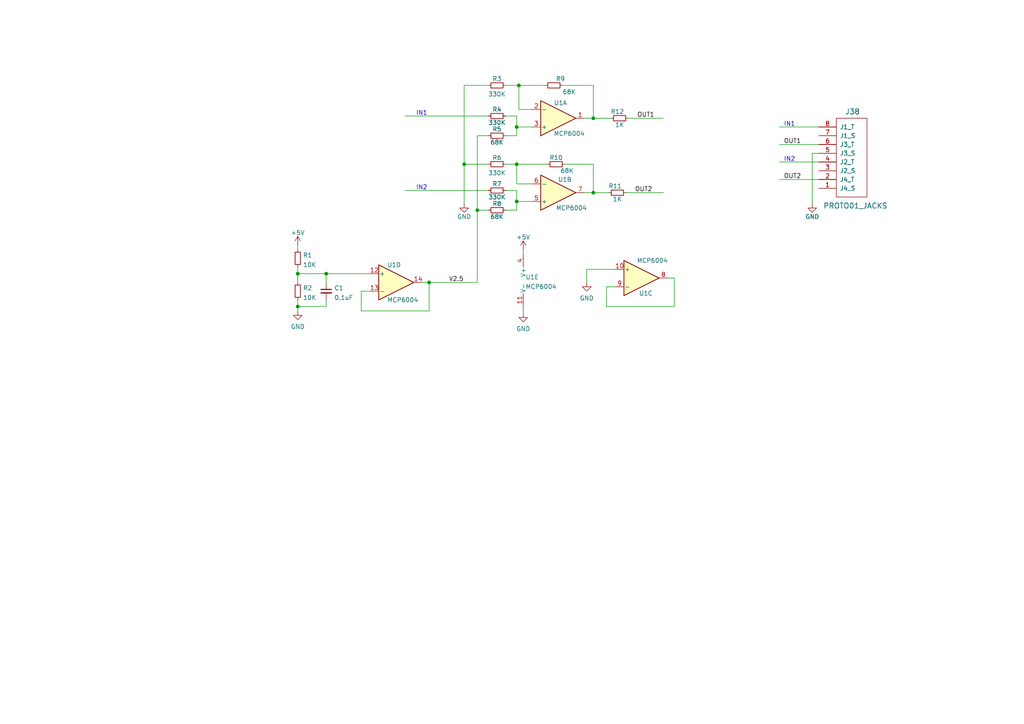
<source format=kicad_sch>
(kicad_sch (version 20211123) (generator eeschema)
  (paper "A4")
  (lib_symbols
    (symbol "Amplifier_Operational:MCP6004" (pin_names (offset 0.127))
      (property "Reference" "U" (at 0 5.08 0))
      (property "Value" "MCP6004" (at 0 -5.08 0))
      (symbol "MCP6004_1_1"
        (polyline (pts (xy -5.08 5.08) (xy 5.08 0) (xy -5.08 -5.08) (xy -5.08 5.08)) (stroke (width 0.254)) (fill (type background)))
        (pin output line (at 7.62 0 180) (length 2.54) (name "~") (number "1"))
        (pin input line (at -7.62 -2.54 0) (length 2.54) (name "-") (number "2"))
        (pin input line (at -7.62 2.54 0) (length 2.54) (name "+") (number "3"))
      )
      (symbol "MCP6004_2_1"
        (polyline (pts (xy -5.08 5.08) (xy 5.08 0) (xy -5.08 -5.08) (xy -5.08 5.08)) (stroke (width 0.254)) (fill (type background)))
        (pin input line (at -7.62 2.54 0) (length 2.54) (name "+") (number "5"))
        (pin input line (at -7.62 -2.54 0) (length 2.54) (name "-") (number "6"))
        (pin output line (at 7.62 0 180) (length 2.54) (name "~") (number "7"))
      )
      (symbol "MCP6004_3_1"
        (polyline (pts (xy -5.08 5.08) (xy 5.08 0) (xy -5.08 -5.08) (xy -5.08 5.08)) (stroke (width 0.254)) (fill (type background)))
        (pin input line (at -7.62 2.54 0) (length 2.54) (name "+") (number "10"))
        (pin output line (at 7.62 0 180) (length 2.54) (name "~") (number "8"))
        (pin input line (at -7.62 -2.54 0) (length 2.54) (name "-") (number "9"))
      )
      (symbol "MCP6004_4_1"
        (polyline (pts (xy -5.08 5.08) (xy 5.08 0) (xy -5.08 -5.08) (xy -5.08 5.08)) (stroke (width 0.254)) (fill (type background)))
        (pin input line (at -7.62 2.54 0) (length 2.54) (name "+") (number "12"))
        (pin input line (at -7.62 -2.54 0) (length 2.54) (name "-") (number "13"))
        (pin output line (at 7.62 0 180) (length 2.54) (name "~") (number "14"))
      )
      (symbol "MCP6004_5_1"
        (pin power_in line (at -2.54 -7.62 90) (length 3.81) (name "V-") (number "11"))
        (pin power_in line (at -2.54 7.62 270) (length 3.81) (name "V+") (number "4"))
      )
    )
    (symbol "Device:C_Small" (pin_numbers hide) (pin_names (offset 0.254) hide)
      (property "Reference" "C" (at 0.254 1.778 0))
      (property "Value" "C_Small" (at 0.254 -2.032 0))
      (symbol "C_Small_0_1"
        (polyline (pts (xy -1.524 -0.508) (xy 1.524 -0.508)) (stroke (width 0.3302)))
        (polyline (pts (xy -1.524 0.508) (xy 1.524 0.508)) (stroke (width 0.3048)))
      )
      (symbol "C_Small_1_1"
        (pin passive line (at 0 2.54 270) (length 2.032) (name "~") (number "1"))
        (pin passive line (at 0 -2.54 90) (length 2.032) (name "~") (number "2"))
      )
    )
    (symbol "Device:R_Small" (pin_numbers hide) (pin_names (offset 0.254) hide)
      (property "Reference" "R" (at 0.762 0.508 0))
      (property "Value" "R_Small" (at 0.762 -1.016 0))
      (symbol "R_Small_0_1"
        (rectangle (start -0.762 1.778) (end 0.762 -1.778) (stroke (width 0.2032)))
      )
      (symbol "R_Small_1_1"
        (pin passive line (at 0 2.54 270) (length 0.762) (name "~") (number "1"))
        (pin passive line (at 0 -2.54 90) (length 0.762) (name "~") (number "2"))
      )
    )
    (symbol "LandBoards_Conns:PROTO01_JACKS" (pin_names (offset 1.016))
      (property "Reference" "J" (at -3.81 13.97 0))
      (property "Value" "PROTO01_JACKS" (at 0 -11.43 0))
      (symbol "PROTO01_JACKS_0_1"
        (rectangle (start -5.08 12.7) (end 3.81 -10.16))
      )
      (symbol "PROTO01_JACKS_1_1"
        (pin passive line (at 8.89 -7.62 180) (length 5.08) (name "J4_S") (number "1"))
        (pin passive line (at 8.89 -5.08 180) (length 5.08) (name "J4_T") (number "2"))
        (pin passive line (at 8.89 -2.54 180) (length 5.08) (name "J2_S") (number "3"))
        (pin passive line (at 8.89 0 180) (length 5.08) (name "J2_T") (number "4"))
        (pin passive line (at 8.89 2.54 180) (length 5.08) (name "J3_S") (number "5"))
        (pin passive line (at 8.89 5.08 180) (length 5.08) (name "J3_T") (number "6"))
        (pin passive line (at 8.89 7.62 180) (length 5.08) (name "J1_S") (number "7"))
        (pin passive line (at 8.89 10.16 180) (length 5.08) (name "J1_T") (number "8"))
      )
    )
    (symbol "power:+5V" (power) (pin_names (offset 0))
      (property "Value" "+5V" (at 0 3.556 0))
      (symbol "+5V_0_1"
        (polyline (pts (xy -0.762 1.27) (xy 0 2.54)))
        (polyline (pts (xy 0 0) (xy 0 2.54)))
        (polyline (pts (xy 0 2.54) (xy 0.762 1.27)))
      )
      (symbol "+5V_1_1"
        (pin power_in line (at 0 0 90) (length 0) hide (name "+5V") (number "1"))
      )
    )
    (symbol "power:GND" (power) (pin_names (offset 0))
      (property "Value" "GND" (at 0 -3.81 0))
      (symbol "GND_0_1"
        (polyline (pts (xy 0 0) (xy 0 -1.27) (xy 1.27 -1.27) (xy 0 -2.54) (xy -1.27 -1.27) (xy 0 -1.27)))
      )
      (symbol "GND_1_1"
        (pin power_in line (at 0 0 270) (length 0) hide (name "GND") (number "1"))
      )
    )
  )
  (junction (at 149.86 47.625))
  (junction (at 150.495 24.765))
  (junction (at 172.085 34.29))
  (junction (at 86.36 88.9))
  (junction (at 86.36 79.375))
  (junction (at 94.615 79.375))
  (junction (at 124.46 81.915))
  (junction (at 149.86 58.42))
  (junction (at 134.62 47.625))
  (junction (at 149.86 36.83))
  (junction (at 138.43 60.96))
  (junction (at 172.085 55.88))
  (wire (pts (xy 226.06 52.07) (xy 237.49 52.07)))
  (wire (pts (xy 138.43 81.915) (xy 138.43 60.96)))
  (wire (pts (xy 175.895 83.185) (xy 175.895 88.9)))
  (wire (pts (xy 107.315 79.375) (xy 94.615 79.375)))
  (wire (pts (xy 124.46 81.915) (xy 122.555 81.915)))
  (wire (pts (xy 146.685 47.625) (xy 149.86 47.625)))
  (wire (pts (xy 134.62 24.765) (xy 134.62 47.625)))
  (wire (pts (xy 172.085 55.88) (xy 172.085 47.625)))
  (wire (pts (xy 169.545 34.29) (xy 172.085 34.29)))
  (wire (pts (xy 226.06 36.83) (xy 237.49 36.83)))
  (wire (pts (xy 181.61 55.88) (xy 192.405 55.88)))
  (wire (pts (xy 237.49 44.45) (xy 235.585 44.45)))
  (wire (pts (xy 170.18 78.105) (xy 170.18 81.915)))
  (wire (pts (xy 107.315 84.455) (xy 104.775 84.455)))
  (wire (pts (xy 149.86 58.42) (xy 149.86 60.96)))
  (wire (pts (xy 117.475 55.245) (xy 141.605 55.245)))
  (wire (pts (xy 172.085 55.88) (xy 176.53 55.88)))
  (wire (pts (xy 94.615 88.9) (xy 86.36 88.9)))
  (wire (pts (xy 124.46 90.17) (xy 124.46 81.915)))
  (wire (pts (xy 134.62 47.625) (xy 141.605 47.625)))
  (wire (pts (xy 86.36 88.9) (xy 86.36 86.995)))
  (wire (pts (xy 138.43 60.96) (xy 141.605 60.96)))
  (wire (pts (xy 149.86 53.34) (xy 149.86 47.625)))
  (wire (pts (xy 94.615 79.375) (xy 86.36 79.375)))
  (wire (pts (xy 172.085 47.625) (xy 163.83 47.625)))
  (wire (pts (xy 182.245 34.29) (xy 192.405 34.29)))
  (wire (pts (xy 138.43 39.37) (xy 141.605 39.37)))
  (wire (pts (xy 141.605 33.655) (xy 117.475 33.655)))
  (wire (pts (xy 149.86 47.625) (xy 158.75 47.625)))
  (wire (pts (xy 154.305 53.34) (xy 149.86 53.34)))
  (wire (pts (xy 86.36 79.375) (xy 86.36 77.47)))
  (wire (pts (xy 141.605 24.765) (xy 134.62 24.765)))
  (wire (pts (xy 86.36 88.9) (xy 86.36 90.17)))
  (wire (pts (xy 172.085 34.29) (xy 172.085 24.765)))
  (wire (pts (xy 150.495 24.765) (xy 158.115 24.765)))
  (wire (pts (xy 172.085 24.765) (xy 163.195 24.765)))
  (wire (pts (xy 235.585 44.45) (xy 235.585 59.055)))
  (wire (pts (xy 146.685 55.245) (xy 149.86 55.245)))
  (wire (pts (xy 86.36 71.12) (xy 86.36 72.39)))
  (wire (pts (xy 149.86 39.37) (xy 146.685 39.37)))
  (wire (pts (xy 175.895 88.9) (xy 195.58 88.9)))
  (wire (pts (xy 146.685 33.655) (xy 149.86 33.655)))
  (wire (pts (xy 149.86 58.42) (xy 154.305 58.42)))
  (wire (pts (xy 151.765 72.39) (xy 151.765 73.66)))
  (wire (pts (xy 154.305 31.75) (xy 150.495 31.75)))
  (wire (pts (xy 86.36 79.375) (xy 86.36 81.915)))
  (wire (pts (xy 94.615 79.375) (xy 94.615 81.915)))
  (wire (pts (xy 134.62 47.625) (xy 134.62 59.055)))
  (wire (pts (xy 104.775 84.455) (xy 104.775 90.17)))
  (wire (pts (xy 195.58 88.9) (xy 195.58 80.645)))
  (wire (pts (xy 149.86 33.655) (xy 149.86 36.83)))
  (wire (pts (xy 195.58 80.645) (xy 193.675 80.645)))
  (wire (pts (xy 94.615 86.995) (xy 94.615 88.9)))
  (wire (pts (xy 149.86 36.83) (xy 149.86 39.37)))
  (wire (pts (xy 104.775 90.17) (xy 124.46 90.17)))
  (wire (pts (xy 146.685 24.765) (xy 150.495 24.765)))
  (wire (pts (xy 149.86 55.245) (xy 149.86 58.42)))
  (wire (pts (xy 178.435 83.185) (xy 175.895 83.185)))
  (wire (pts (xy 172.085 34.29) (xy 177.165 34.29)))
  (wire (pts (xy 138.43 60.96) (xy 138.43 39.37)))
  (wire (pts (xy 150.495 31.75) (xy 150.495 24.765)))
  (wire (pts (xy 124.46 81.915) (xy 138.43 81.915)))
  (wire (pts (xy 149.86 36.83) (xy 154.305 36.83)))
  (wire (pts (xy 226.06 46.99) (xy 237.49 46.99)))
  (wire (pts (xy 226.06 41.91) (xy 237.49 41.91)))
  (wire (pts (xy 151.765 90.805) (xy 151.765 88.9)))
  (wire (pts (xy 178.435 78.105) (xy 170.18 78.105)))
  (wire (pts (xy 169.545 55.88) (xy 172.085 55.88)))
  (wire (pts (xy 149.86 60.96) (xy 146.685 60.96)))
  (text "IN2" (at 227.33 46.99 0) (effects (font (size 1.27 1.27)) (justify left bottom)))
  (text "IN1" (at 227.33 36.83 0) (effects (font (size 1.27 1.27)) (justify left bottom)))
  (text "IN1" (at 120.65 33.655 0) (effects (font (size 1.27 1.27)) (justify left bottom)))
  (text "IN2" (at 120.65 55.245 0) (effects (font (size 1.27 1.27)) (justify left bottom)))
  (label "V2.5" (at 130.175 81.915 0))
  (label "OUT2" (at 184.15 55.88 0))
  (label "OUT2" (at 227.33 52.07 0))
  (label "OUT1" (at 227.33 41.91 0))
  (label "OUT1" (at 184.785 34.29 0))
  (symbol (lib_id "LandBoards_Conns:PROTO01_JACKS") (at 246.38 46.99 0) (mirror y) (unit 1)
    (property "Reference" "J38" (at 245.11 32.385 0) (effects (font (size 1.524 1.524)) (justify right)))
    (property "Value" "PROTO01_JACKS" (at 238.76 59.69 0) (effects (font (size 1.524 1.524)) (justify right)))
  )
  (symbol (lib_id "Device:R_Small") (at 144.145 24.765 90) (unit 1)
    (property "Reference" "R3" (at 144.145 22.86 90))
    (property "Value" "330K" (at 144.145 27.305 90))
  )
  (symbol (lib_id "Amplifier_Operational:MCP6004") (at 114.935 81.915 0) (unit 4)
    (property "Reference" "U1" (at 114.3 76.835 0))
    (property "Value" "MCP6004" (at 116.84 86.995 0))
    (property "Datasheet" "http://ww1.microchip.com/downloads/en/DeviceDoc/21733j.pdf" (effects hide))
  )
  (symbol (lib_id "Amplifier_Operational:MCP6004") (at 154.305 81.28 0) (unit 5)
    (property "Reference" "U1" (at 152.4 80.3715 0) (effects (justify left)))
    (property "Value" "MCP6004" (at 152.4 83.1466 0) (effects (justify left)))
    (property "Datasheet" "http://ww1.microchip.com/downloads/en/DeviceDoc/21733j.pdf" (effects hide))
  )
  (symbol (lib_id "Amplifier_Operational:MCP6004") (at 186.055 80.645 0) (unit 3)
    (property "Reference" "U1" (at 187.325 85.09 0))
    (property "Value" "MCP6004" (at 189.23 75.565 0))
    (property "Datasheet" "http://ww1.microchip.com/downloads/en/DeviceDoc/21733j.pdf" (effects hide))
  )
  (symbol (lib_id "Device:R_Small") (at 144.145 47.625 90) (unit 1)
    (property "Reference" "R6" (at 144.145 45.72 90))
    (property "Value" "330K" (at 144.145 50.165 90))
  )
  (symbol (lib_id "Device:R_Small") (at 160.655 24.765 90) (unit 1)
    (property "Reference" "R9" (at 162.56 22.86 90))
    (property "Value" "68K" (at 165.1 26.67 90))
  )
  (symbol (lib_id "power:+5V") (at 151.765 72.39 0) (unit 1)
    (property "Reference" "#PWR06" (effects hide))
    (property "Value" "+5V" (at 151.765 68.7855 0))
  )
  (symbol (lib_id "Device:R_Small") (at 144.145 60.96 90) (unit 1)
    (property "Reference" "R8" (at 144.145 59.055 90))
    (property "Value" "68K" (at 144.145 62.865 90))
  )
  (symbol (lib_id "Device:R_Small") (at 144.145 33.655 90) (unit 1)
    (property "Reference" "R4" (at 144.145 31.75 90))
    (property "Value" "330K" (at 144.145 35.56 90))
  )
  (symbol (lib_id "Device:R_Small") (at 144.145 55.245 90) (unit 1)
    (property "Reference" "R7" (at 144.145 53.34 90))
    (property "Value" "330K" (at 144.145 57.15 90))
  )
  (symbol (lib_id "power:GND") (at 151.765 90.805 0) (unit 1)
    (property "Reference" "#PWR07" (effects hide))
    (property "Value" "GND" (at 151.765 95.3675 0))
  )
  (symbol (lib_id "power:GND") (at 86.36 90.17 0) (unit 1)
    (property "Reference" "#PWR02" (effects hide))
    (property "Value" "GND" (at 86.36 94.7325 0))
  )
  (symbol (lib_id "power:GND") (at 170.18 81.915 0) (unit 1)
    (property "Reference" "#PWR03" (effects hide))
    (property "Value" "GND" (at 170.18 86.4775 0))
  )
  (symbol (lib_id "Amplifier_Operational:MCP6004") (at 161.925 34.29 0) (mirror x) (unit 1)
    (property "Reference" "U1" (at 162.56 29.845 0))
    (property "Value" "MCP6004" (at 165.1 38.735 0))
    (property "Datasheet" "http://ww1.microchip.com/downloads/en/DeviceDoc/21733j.pdf" (effects hide))
  )
  (symbol (lib_id "power:GND") (at 235.585 59.055 0) (unit 1)
    (property "Reference" "#PWR?" (effects hide))
    (property "Value" "GND" (at 235.585 62.865 0))
  )
  (symbol (lib_id "Device:R_Small") (at 161.29 47.625 90) (unit 1)
    (property "Reference" "R10" (at 161.29 45.72 90))
    (property "Value" "68K" (at 164.465 49.53 90))
  )
  (symbol (lib_id "Device:C_Small") (at 94.615 84.455 0) (unit 1)
    (property "Reference" "C1" (at 96.9391 83.5528 0) (effects (justify left)))
    (property "Value" "0.1uF" (at 96.9391 86.3279 0) (effects (justify left)))
  )
  (symbol (lib_id "Device:R_Small") (at 179.705 34.29 90) (unit 1)
    (property "Reference" "R12" (at 179.07 32.385 90))
    (property "Value" "1K" (at 179.705 36.195 90))
  )
  (symbol (lib_id "power:+5V") (at 86.36 71.12 0) (unit 1)
    (property "Reference" "#PWR01" (effects hide))
    (property "Value" "+5V" (at 86.36 67.5155 0))
  )
  (symbol (lib_id "Device:R_Small") (at 86.36 84.455 180) (unit 1)
    (property "Reference" "R2" (at 87.8586 83.5465 0) (effects (justify right)))
    (property "Value" "10K" (at 87.8586 86.3216 0) (effects (justify right)))
  )
  (symbol (lib_id "Amplifier_Operational:MCP6004") (at 161.925 55.88 0) (mirror x) (unit 2)
    (property "Reference" "U1" (at 163.83 52.07 0))
    (property "Value" "MCP6004" (at 165.735 60.325 0))
    (property "Datasheet" "http://ww1.microchip.com/downloads/en/DeviceDoc/21733j.pdf" (effects hide))
  )
  (symbol (lib_id "power:GND") (at 134.62 59.055 0) (unit 1)
    (property "Reference" "#PWR05" (effects hide))
    (property "Value" "GND" (at 134.62 62.865 0))
  )
  (symbol (lib_id "Device:R_Small") (at 179.07 55.88 90) (unit 1)
    (property "Reference" "R11" (at 178.435 53.975 90))
    (property "Value" "1K" (at 179.07 57.785 90))
  )
  (symbol (lib_id "Device:R_Small") (at 144.145 39.37 90) (unit 1)
    (property "Reference" "R5" (at 144.145 37.465 90))
    (property "Value" "68K" (at 144.145 41.275 90))
  )
  (symbol (lib_id "Device:R_Small") (at 86.36 74.93 180) (unit 1)
    (property "Reference" "R1" (at 87.8586 74.0215 0) (effects (justify right)))
    (property "Value" "10K" (at 87.8586 76.7966 0) (effects (justify right)))
  )
)
</source>
